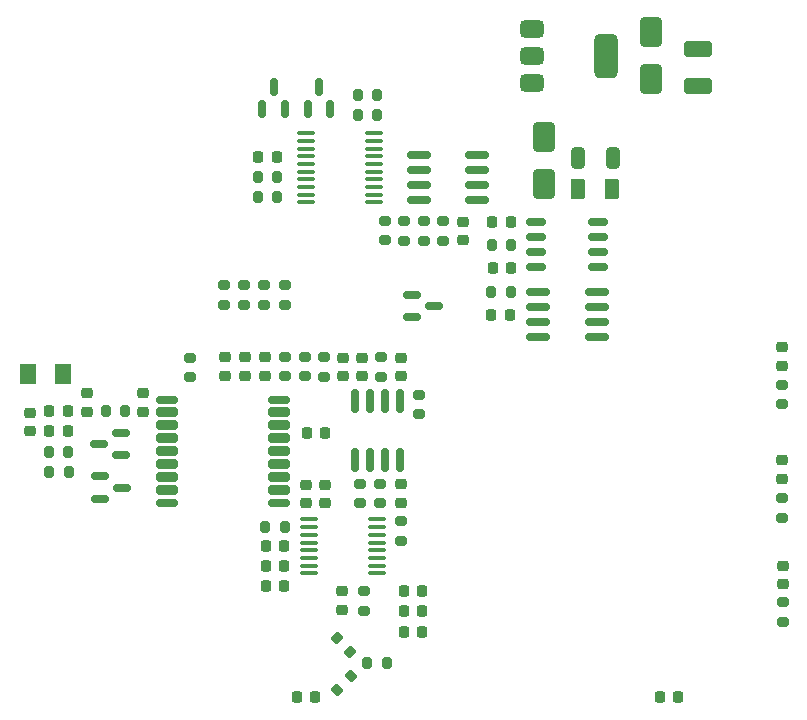
<source format=gbr>
%TF.GenerationSoftware,KiCad,Pcbnew,8.0.0*%
%TF.CreationDate,2024-06-03T00:37:32+08:00*%
%TF.ProjectId,CattusGPSDOv1,43617474-7573-4475-9053-444f76312e6b,rev?*%
%TF.SameCoordinates,Original*%
%TF.FileFunction,Paste,Top*%
%TF.FilePolarity,Positive*%
%FSLAX46Y46*%
G04 Gerber Fmt 4.6, Leading zero omitted, Abs format (unit mm)*
G04 Created by KiCad (PCBNEW 8.0.0) date 2024-06-03 00:37:32*
%MOMM*%
%LPD*%
G01*
G04 APERTURE LIST*
G04 Aperture macros list*
%AMRoundRect*
0 Rectangle with rounded corners*
0 $1 Rounding radius*
0 $2 $3 $4 $5 $6 $7 $8 $9 X,Y pos of 4 corners*
0 Add a 4 corners polygon primitive as box body*
4,1,4,$2,$3,$4,$5,$6,$7,$8,$9,$2,$3,0*
0 Add four circle primitives for the rounded corners*
1,1,$1+$1,$2,$3*
1,1,$1+$1,$4,$5*
1,1,$1+$1,$6,$7*
1,1,$1+$1,$8,$9*
0 Add four rect primitives between the rounded corners*
20,1,$1+$1,$2,$3,$4,$5,0*
20,1,$1+$1,$4,$5,$6,$7,0*
20,1,$1+$1,$6,$7,$8,$9,0*
20,1,$1+$1,$8,$9,$2,$3,0*%
G04 Aperture macros list end*
%ADD10RoundRect,0.100000X-0.637500X-0.100000X0.637500X-0.100000X0.637500X0.100000X-0.637500X0.100000X0*%
%ADD11RoundRect,0.200000X-0.275000X0.200000X-0.275000X-0.200000X0.275000X-0.200000X0.275000X0.200000X0*%
%ADD12RoundRect,0.225000X-0.225000X-0.250000X0.225000X-0.250000X0.225000X0.250000X-0.225000X0.250000X0*%
%ADD13RoundRect,0.200000X0.275000X-0.200000X0.275000X0.200000X-0.275000X0.200000X-0.275000X-0.200000X0*%
%ADD14RoundRect,0.225000X0.250000X-0.225000X0.250000X0.225000X-0.250000X0.225000X-0.250000X-0.225000X0*%
%ADD15RoundRect,0.200000X0.335876X0.053033X0.053033X0.335876X-0.335876X-0.053033X-0.053033X-0.335876X0*%
%ADD16RoundRect,0.150000X0.150000X-0.587500X0.150000X0.587500X-0.150000X0.587500X-0.150000X-0.587500X0*%
%ADD17RoundRect,0.200000X-0.200000X-0.275000X0.200000X-0.275000X0.200000X0.275000X-0.200000X0.275000X0*%
%ADD18RoundRect,0.250000X0.375000X0.625000X-0.375000X0.625000X-0.375000X-0.625000X0.375000X-0.625000X0*%
%ADD19RoundRect,0.250000X-0.325000X-0.650000X0.325000X-0.650000X0.325000X0.650000X-0.325000X0.650000X0*%
%ADD20RoundRect,0.218750X-0.256250X0.218750X-0.256250X-0.218750X0.256250X-0.218750X0.256250X0.218750X0*%
%ADD21RoundRect,0.150000X0.587500X0.150000X-0.587500X0.150000X-0.587500X-0.150000X0.587500X-0.150000X0*%
%ADD22RoundRect,0.200000X0.200000X0.275000X-0.200000X0.275000X-0.200000X-0.275000X0.200000X-0.275000X0*%
%ADD23RoundRect,0.225000X-0.250000X0.225000X-0.250000X-0.225000X0.250000X-0.225000X0.250000X0.225000X0*%
%ADD24RoundRect,0.150000X-0.587500X-0.150000X0.587500X-0.150000X0.587500X0.150000X-0.587500X0.150000X0*%
%ADD25RoundRect,0.375000X-0.625000X-0.375000X0.625000X-0.375000X0.625000X0.375000X-0.625000X0.375000X0*%
%ADD26RoundRect,0.500000X-0.500000X-1.400000X0.500000X-1.400000X0.500000X1.400000X-0.500000X1.400000X0*%
%ADD27RoundRect,0.218750X-0.218750X-0.256250X0.218750X-0.256250X0.218750X0.256250X-0.218750X0.256250X0*%
%ADD28RoundRect,0.225000X0.225000X0.250000X-0.225000X0.250000X-0.225000X-0.250000X0.225000X-0.250000X0*%
%ADD29RoundRect,0.100000X0.637500X0.100000X-0.637500X0.100000X-0.637500X-0.100000X0.637500X-0.100000X0*%
%ADD30RoundRect,0.250000X-0.650000X1.000000X-0.650000X-1.000000X0.650000X-1.000000X0.650000X1.000000X0*%
%ADD31RoundRect,0.150000X0.825000X0.150000X-0.825000X0.150000X-0.825000X-0.150000X0.825000X-0.150000X0*%
%ADD32RoundRect,0.200000X-0.053033X0.335876X-0.335876X0.053033X0.053033X-0.335876X0.335876X-0.053033X0*%
%ADD33RoundRect,0.250001X-0.462499X-0.624999X0.462499X-0.624999X0.462499X0.624999X-0.462499X0.624999X0*%
%ADD34RoundRect,0.150000X0.675000X0.150000X-0.675000X0.150000X-0.675000X-0.150000X0.675000X-0.150000X0*%
%ADD35RoundRect,0.175000X0.725000X0.175000X-0.725000X0.175000X-0.725000X-0.175000X0.725000X-0.175000X0*%
%ADD36RoundRect,0.200000X0.700000X0.200000X-0.700000X0.200000X-0.700000X-0.200000X0.700000X-0.200000X0*%
%ADD37RoundRect,0.250000X0.925000X-0.412500X0.925000X0.412500X-0.925000X0.412500X-0.925000X-0.412500X0*%
%ADD38RoundRect,0.150000X0.150000X-0.825000X0.150000X0.825000X-0.150000X0.825000X-0.150000X-0.825000X0*%
%ADD39RoundRect,0.218750X0.256250X-0.218750X0.256250X0.218750X-0.256250X0.218750X-0.256250X-0.218750X0*%
G04 APERTURE END LIST*
D10*
%TO.C,U5*%
X139115000Y-78940000D03*
X139115000Y-79590000D03*
X139115000Y-80240000D03*
X139115000Y-80890000D03*
X139115000Y-81540000D03*
X139115000Y-82190000D03*
X139115000Y-82840000D03*
X139115000Y-83490000D03*
X139115000Y-84140000D03*
X139115000Y-84790000D03*
X144840000Y-84790000D03*
X144840000Y-84140000D03*
X144840000Y-83490000D03*
X144840000Y-82840000D03*
X144840000Y-82190000D03*
X144840000Y-81540000D03*
X144840000Y-80890000D03*
X144840000Y-80240000D03*
X144840000Y-79590000D03*
X144840000Y-78940000D03*
%TD*%
D11*
%TO.C,R10*%
X179390000Y-100232500D03*
X179390000Y-101882500D03*
%TD*%
D12*
%TO.C,C8*%
X147405000Y-121160000D03*
X148955000Y-121160000D03*
%TD*%
D13*
%TO.C,R14*%
X139020000Y-99500000D03*
X139020000Y-97850000D03*
%TD*%
%TO.C,R9*%
X145800000Y-87995000D03*
X145800000Y-86345000D03*
%TD*%
D14*
%TO.C,C26*%
X132260000Y-99450000D03*
X132260000Y-97900000D03*
%TD*%
D15*
%TO.C,R2*%
X142870000Y-122846726D03*
X141703274Y-121680000D03*
%TD*%
D16*
%TO.C,Q5*%
X139260000Y-76897500D03*
X141160000Y-76897500D03*
X140210000Y-75022500D03*
%TD*%
D11*
%TO.C,R34*%
X144040000Y-117695000D03*
X144040000Y-119345000D03*
%TD*%
D14*
%TO.C,C16*%
X120570000Y-102490000D03*
X120570000Y-100940000D03*
%TD*%
D17*
%TO.C,R18*%
X154795000Y-92410000D03*
X156445000Y-92410000D03*
%TD*%
D12*
%TO.C,C9*%
X138336637Y-126633363D03*
X139886637Y-126633363D03*
%TD*%
%TO.C,C2*%
X169085000Y-126680000D03*
X170635000Y-126680000D03*
%TD*%
D11*
%TO.C,R28*%
X133870000Y-91790000D03*
X133870000Y-93440000D03*
%TD*%
D13*
%TO.C,R7*%
X143680000Y-110265000D03*
X143680000Y-108615000D03*
%TD*%
D18*
%TO.C,F1*%
X164980000Y-83650000D03*
X162180000Y-83650000D03*
%TD*%
D19*
%TO.C,C20*%
X162135000Y-81030000D03*
X165085000Y-81030000D03*
%TD*%
D11*
%TO.C,R8*%
X145470000Y-97905000D03*
X145470000Y-99555000D03*
%TD*%
D20*
%TO.C,D5*%
X179390000Y-97022500D03*
X179390000Y-98597500D03*
%TD*%
D12*
%TO.C,C7*%
X147405000Y-119380000D03*
X148955000Y-119380000D03*
%TD*%
D14*
%TO.C,C27*%
X133950000Y-99450000D03*
X133950000Y-97900000D03*
%TD*%
D11*
%TO.C,R23*%
X149060000Y-86365000D03*
X149060000Y-88015000D03*
%TD*%
D21*
%TO.C,Q1*%
X123475000Y-106190000D03*
X123475000Y-104290000D03*
X121600000Y-105240000D03*
%TD*%
D22*
%TO.C,R11*%
X119000000Y-105930000D03*
X117350000Y-105930000D03*
%TD*%
D13*
%TO.C,R16*%
X137330000Y-99500000D03*
X137330000Y-97850000D03*
%TD*%
D23*
%TO.C,C5*%
X147120000Y-108665000D03*
X147120000Y-110215000D03*
%TD*%
D20*
%TO.C,D4*%
X179460000Y-115552500D03*
X179460000Y-117127500D03*
%TD*%
D11*
%TO.C,R17*%
X140620000Y-97905000D03*
X140620000Y-99555000D03*
%TD*%
D14*
%TO.C,C28*%
X135640000Y-99450000D03*
X135640000Y-97900000D03*
%TD*%
D13*
%TO.C,R15*%
X129310000Y-99575000D03*
X129310000Y-97925000D03*
%TD*%
D22*
%TO.C,R33*%
X137310000Y-112270000D03*
X135660000Y-112270000D03*
%TD*%
D24*
%TO.C,Q2*%
X121627500Y-107990000D03*
X121627500Y-109890000D03*
X123502500Y-108940000D03*
%TD*%
D25*
%TO.C,U8*%
X158240000Y-70110000D03*
X158240000Y-72410000D03*
D26*
X164540000Y-72410000D03*
D25*
X158240000Y-74710000D03*
%TD*%
D22*
%TO.C,R32*%
X156490000Y-88420000D03*
X154840000Y-88420000D03*
%TD*%
D14*
%TO.C,C4*%
X147130000Y-99505000D03*
X147130000Y-97955000D03*
%TD*%
D11*
%TO.C,R27*%
X135570000Y-91795000D03*
X135570000Y-93445000D03*
%TD*%
D27*
%TO.C,D1*%
X154802500Y-94320000D03*
X156377500Y-94320000D03*
%TD*%
D28*
%TO.C,C12*%
X137275000Y-117270000D03*
X135725000Y-117270000D03*
%TD*%
D22*
%TO.C,R20*%
X136655000Y-84340000D03*
X135005000Y-84340000D03*
%TD*%
D28*
%TO.C,C14*%
X118935000Y-104180000D03*
X117385000Y-104180000D03*
%TD*%
D11*
%TO.C,R30*%
X179390000Y-109850000D03*
X179390000Y-111500000D03*
%TD*%
D20*
%TO.C,FB1*%
X139100000Y-108692500D03*
X139100000Y-110267500D03*
%TD*%
D22*
%TO.C,R19*%
X136655000Y-82620000D03*
X135005000Y-82620000D03*
%TD*%
D13*
%TO.C,R4*%
X147140000Y-113445000D03*
X147140000Y-111795000D03*
%TD*%
D29*
%TO.C,U2*%
X145130000Y-116180000D03*
X145130000Y-115530000D03*
X145130000Y-114880000D03*
X145130000Y-114230000D03*
X145130000Y-113580000D03*
X145130000Y-112930000D03*
X145130000Y-112280000D03*
X145130000Y-111630000D03*
X139405000Y-111630000D03*
X139405000Y-112280000D03*
X139405000Y-112930000D03*
X139405000Y-113580000D03*
X139405000Y-114230000D03*
X139405000Y-114880000D03*
X139405000Y-115530000D03*
X139405000Y-116180000D03*
%TD*%
D22*
%TO.C,R1*%
X145951637Y-123823363D03*
X144301637Y-123823363D03*
%TD*%
D14*
%TO.C,C1*%
X142200000Y-119275000D03*
X142200000Y-117725000D03*
%TD*%
D13*
%TO.C,R5*%
X145400000Y-110265000D03*
X145400000Y-108615000D03*
%TD*%
D14*
%TO.C,C17*%
X125335000Y-102510000D03*
X125335000Y-100960000D03*
%TD*%
D22*
%TO.C,R12*%
X123815000Y-102440000D03*
X122165000Y-102440000D03*
%TD*%
D28*
%TO.C,C11*%
X137270000Y-115560000D03*
X135720000Y-115560000D03*
%TD*%
D11*
%TO.C,R29*%
X132180000Y-91780000D03*
X132180000Y-93430000D03*
%TD*%
D30*
%TO.C,D3*%
X168350000Y-70330000D03*
X168350000Y-74330000D03*
%TD*%
D14*
%TO.C,C25*%
X143850000Y-99495000D03*
X143850000Y-97945000D03*
%TD*%
D30*
%TO.C,D2*%
X159260000Y-79230000D03*
X159260000Y-83230000D03*
%TD*%
D16*
%TO.C,Q4*%
X135417500Y-76887500D03*
X137317500Y-76887500D03*
X136367500Y-75012500D03*
%TD*%
D11*
%TO.C,R26*%
X137300000Y-91795000D03*
X137300000Y-93445000D03*
%TD*%
D28*
%TO.C,C19*%
X156465000Y-90310000D03*
X154915000Y-90310000D03*
%TD*%
D17*
%TO.C,R21*%
X143485000Y-77390000D03*
X145135000Y-77390000D03*
%TD*%
D28*
%TO.C,C18*%
X156425000Y-86430000D03*
X154875000Y-86430000D03*
%TD*%
D23*
%TO.C,C10*%
X140755000Y-108710000D03*
X140755000Y-110260000D03*
%TD*%
D31*
%TO.C,U9*%
X153600000Y-84540000D03*
X153600000Y-83270000D03*
X153600000Y-82000000D03*
X153600000Y-80730000D03*
X148650000Y-80730000D03*
X148650000Y-82000000D03*
X148650000Y-83270000D03*
X148650000Y-84540000D03*
%TD*%
D12*
%TO.C,C6*%
X147395000Y-117720000D03*
X148945000Y-117720000D03*
%TD*%
%TO.C,C15*%
X117385000Y-102440000D03*
X118935000Y-102440000D03*
%TD*%
D24*
%TO.C,Q3*%
X148072500Y-92610000D03*
X148072500Y-94510000D03*
X149947500Y-93560000D03*
%TD*%
D13*
%TO.C,R6*%
X148700000Y-102705000D03*
X148700000Y-101055000D03*
%TD*%
D17*
%TO.C,R13*%
X117355000Y-107650000D03*
X119005000Y-107650000D03*
%TD*%
D12*
%TO.C,C3*%
X139195000Y-104320000D03*
X140745000Y-104320000D03*
%TD*%
D17*
%TO.C,R31*%
X143490000Y-75720000D03*
X145140000Y-75720000D03*
%TD*%
D32*
%TO.C,R3*%
X142910000Y-124860000D03*
X141743274Y-126026726D03*
%TD*%
D23*
%TO.C,C23*%
X152400000Y-86445000D03*
X152400000Y-87995000D03*
%TD*%
D33*
%TO.C,D7*%
X115542500Y-99340000D03*
X118517500Y-99340000D03*
%TD*%
D20*
%TO.C,D6*%
X179420000Y-106605000D03*
X179420000Y-108180000D03*
%TD*%
D11*
%TO.C,R25*%
X179460000Y-118625000D03*
X179460000Y-120275000D03*
%TD*%
D34*
%TO.C,U6*%
X163870000Y-90280000D03*
X163870000Y-89010000D03*
X163870000Y-87740000D03*
X163870000Y-86470000D03*
X158620000Y-86470000D03*
X158620000Y-87740000D03*
X158620000Y-89010000D03*
X158620000Y-90280000D03*
%TD*%
D35*
%TO.C,U3*%
X136810000Y-110272500D03*
D36*
X136810000Y-109172500D03*
X136810000Y-108072500D03*
X136810000Y-106972500D03*
X136810000Y-105872500D03*
X136810000Y-104772500D03*
X136810000Y-103672500D03*
X136810000Y-102572500D03*
D35*
X136810000Y-101472500D03*
X127310000Y-101472500D03*
D36*
X127310000Y-102572500D03*
X127310000Y-103672500D03*
X127310000Y-104772500D03*
X127310000Y-105872500D03*
X127310000Y-106972500D03*
X127310000Y-108072500D03*
X127310000Y-109172500D03*
D35*
X127310000Y-110272500D03*
%TD*%
D12*
%TO.C,C22*%
X135065000Y-80910000D03*
X136615000Y-80910000D03*
%TD*%
D37*
%TO.C,C21*%
X172330000Y-74897500D03*
X172330000Y-71822500D03*
%TD*%
D11*
%TO.C,R22*%
X150710000Y-86380000D03*
X150710000Y-88030000D03*
%TD*%
D12*
%TO.C,C13*%
X135710000Y-113910000D03*
X137260000Y-113910000D03*
%TD*%
D31*
%TO.C,U7*%
X163725000Y-96145000D03*
X163725000Y-94875000D03*
X163725000Y-93605000D03*
X163725000Y-92335000D03*
X158775000Y-92335000D03*
X158775000Y-93605000D03*
X158775000Y-94875000D03*
X158775000Y-96145000D03*
%TD*%
D11*
%TO.C,R24*%
X147410000Y-86375000D03*
X147410000Y-88025000D03*
%TD*%
D38*
%TO.C,U4*%
X143220000Y-106570000D03*
X144490000Y-106570000D03*
X145760000Y-106570000D03*
X147030000Y-106570000D03*
X147030000Y-101620000D03*
X145760000Y-101620000D03*
X144490000Y-101620000D03*
X143220000Y-101620000D03*
%TD*%
D39*
%TO.C,L1*%
X115730000Y-104157500D03*
X115730000Y-102582500D03*
%TD*%
D14*
%TO.C,C24*%
X142220000Y-99485000D03*
X142220000Y-97935000D03*
%TD*%
M02*

</source>
